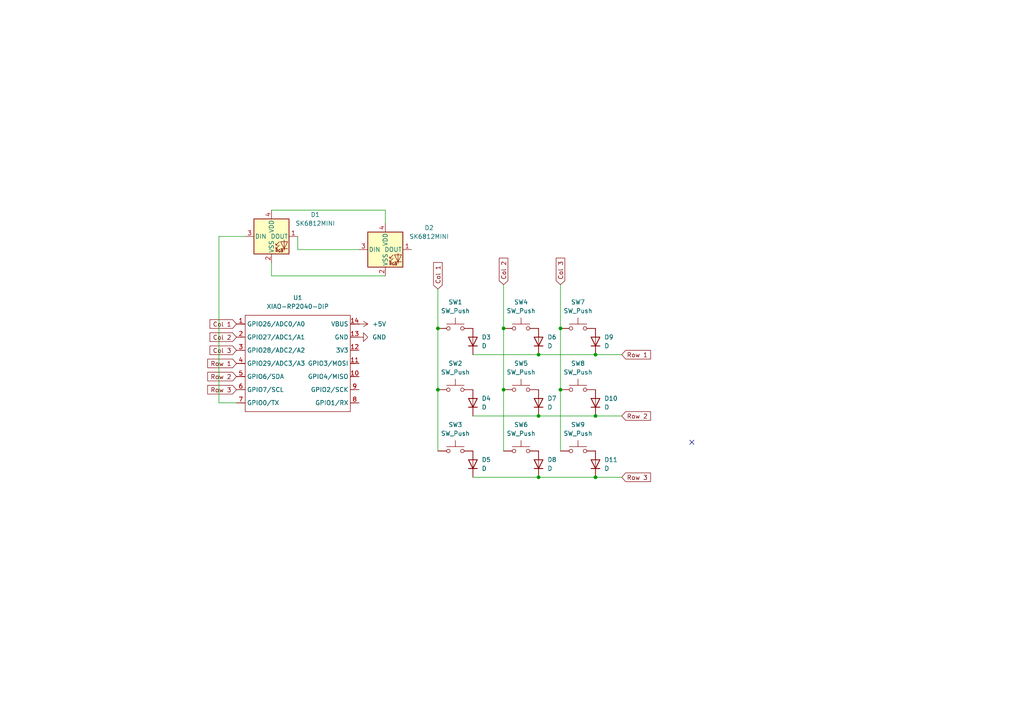
<source format=kicad_sch>
(kicad_sch
	(version 20231120)
	(generator "eeschema")
	(generator_version "8.0")
	(uuid "4902ad04-5409-4031-806b-167a3977bc93")
	(paper "A4")
	(lib_symbols
		(symbol "Device:D"
			(pin_numbers hide)
			(pin_names
				(offset 1.016) hide)
			(exclude_from_sim no)
			(in_bom yes)
			(on_board yes)
			(property "Reference" "D"
				(at 0 2.54 0)
				(effects
					(font
						(size 1.27 1.27)
					)
				)
			)
			(property "Value" "D"
				(at 0 -2.54 0)
				(effects
					(font
						(size 1.27 1.27)
					)
				)
			)
			(property "Footprint" ""
				(at 0 0 0)
				(effects
					(font
						(size 1.27 1.27)
					)
					(hide yes)
				)
			)
			(property "Datasheet" "~"
				(at 0 0 0)
				(effects
					(font
						(size 1.27 1.27)
					)
					(hide yes)
				)
			)
			(property "Description" "Diode"
				(at 0 0 0)
				(effects
					(font
						(size 1.27 1.27)
					)
					(hide yes)
				)
			)
			(property "Sim.Device" "D"
				(at 0 0 0)
				(effects
					(font
						(size 1.27 1.27)
					)
					(hide yes)
				)
			)
			(property "Sim.Pins" "1=K 2=A"
				(at 0 0 0)
				(effects
					(font
						(size 1.27 1.27)
					)
					(hide yes)
				)
			)
			(property "ki_keywords" "diode"
				(at 0 0 0)
				(effects
					(font
						(size 1.27 1.27)
					)
					(hide yes)
				)
			)
			(property "ki_fp_filters" "TO-???* *_Diode_* *SingleDiode* D_*"
				(at 0 0 0)
				(effects
					(font
						(size 1.27 1.27)
					)
					(hide yes)
				)
			)
			(symbol "D_0_1"
				(polyline
					(pts
						(xy -1.27 1.27) (xy -1.27 -1.27)
					)
					(stroke
						(width 0.254)
						(type default)
					)
					(fill
						(type none)
					)
				)
				(polyline
					(pts
						(xy 1.27 0) (xy -1.27 0)
					)
					(stroke
						(width 0)
						(type default)
					)
					(fill
						(type none)
					)
				)
				(polyline
					(pts
						(xy 1.27 1.27) (xy 1.27 -1.27) (xy -1.27 0) (xy 1.27 1.27)
					)
					(stroke
						(width 0.254)
						(type default)
					)
					(fill
						(type none)
					)
				)
			)
			(symbol "D_1_1"
				(pin passive line
					(at -3.81 0 0)
					(length 2.54)
					(name "K"
						(effects
							(font
								(size 1.27 1.27)
							)
						)
					)
					(number "1"
						(effects
							(font
								(size 1.27 1.27)
							)
						)
					)
				)
				(pin passive line
					(at 3.81 0 180)
					(length 2.54)
					(name "A"
						(effects
							(font
								(size 1.27 1.27)
							)
						)
					)
					(number "2"
						(effects
							(font
								(size 1.27 1.27)
							)
						)
					)
				)
			)
		)
		(symbol "LED:SK6812MINI"
			(pin_names
				(offset 0.254)
			)
			(exclude_from_sim no)
			(in_bom yes)
			(on_board yes)
			(property "Reference" "D"
				(at 5.08 5.715 0)
				(effects
					(font
						(size 1.27 1.27)
					)
					(justify right bottom)
				)
			)
			(property "Value" "SK6812MINI"
				(at 1.27 -5.715 0)
				(effects
					(font
						(size 1.27 1.27)
					)
					(justify left top)
				)
			)
			(property "Footprint" "LED_SMD:LED_SK6812MINI_PLCC4_3.5x3.5mm_P1.75mm"
				(at 1.27 -7.62 0)
				(effects
					(font
						(size 1.27 1.27)
					)
					(justify left top)
					(hide yes)
				)
			)
			(property "Datasheet" "https://cdn-shop.adafruit.com/product-files/2686/SK6812MINI_REV.01-1-2.pdf"
				(at 2.54 -9.525 0)
				(effects
					(font
						(size 1.27 1.27)
					)
					(justify left top)
					(hide yes)
				)
			)
			(property "Description" "RGB LED with integrated controller"
				(at 0 0 0)
				(effects
					(font
						(size 1.27 1.27)
					)
					(hide yes)
				)
			)
			(property "ki_keywords" "RGB LED NeoPixel Mini addressable"
				(at 0 0 0)
				(effects
					(font
						(size 1.27 1.27)
					)
					(hide yes)
				)
			)
			(property "ki_fp_filters" "LED*SK6812MINI*PLCC*3.5x3.5mm*P1.75mm*"
				(at 0 0 0)
				(effects
					(font
						(size 1.27 1.27)
					)
					(hide yes)
				)
			)
			(symbol "SK6812MINI_0_0"
				(text "RGB"
					(at 2.286 -4.191 0)
					(effects
						(font
							(size 0.762 0.762)
						)
					)
				)
			)
			(symbol "SK6812MINI_0_1"
				(polyline
					(pts
						(xy 1.27 -3.556) (xy 1.778 -3.556)
					)
					(stroke
						(width 0)
						(type default)
					)
					(fill
						(type none)
					)
				)
				(polyline
					(pts
						(xy 1.27 -2.54) (xy 1.778 -2.54)
					)
					(stroke
						(width 0)
						(type default)
					)
					(fill
						(type none)
					)
				)
				(polyline
					(pts
						(xy 4.699 -3.556) (xy 2.667 -3.556)
					)
					(stroke
						(width 0)
						(type default)
					)
					(fill
						(type none)
					)
				)
				(polyline
					(pts
						(xy 2.286 -2.54) (xy 1.27 -3.556) (xy 1.27 -3.048)
					)
					(stroke
						(width 0)
						(type default)
					)
					(fill
						(type none)
					)
				)
				(polyline
					(pts
						(xy 2.286 -1.524) (xy 1.27 -2.54) (xy 1.27 -2.032)
					)
					(stroke
						(width 0)
						(type default)
					)
					(fill
						(type none)
					)
				)
				(polyline
					(pts
						(xy 3.683 -1.016) (xy 3.683 -3.556) (xy 3.683 -4.064)
					)
					(stroke
						(width 0)
						(type default)
					)
					(fill
						(type none)
					)
				)
				(polyline
					(pts
						(xy 4.699 -1.524) (xy 2.667 -1.524) (xy 3.683 -3.556) (xy 4.699 -1.524)
					)
					(stroke
						(width 0)
						(type default)
					)
					(fill
						(type none)
					)
				)
				(rectangle
					(start 5.08 5.08)
					(end -5.08 -5.08)
					(stroke
						(width 0.254)
						(type default)
					)
					(fill
						(type background)
					)
				)
			)
			(symbol "SK6812MINI_1_1"
				(pin output line
					(at 7.62 0 180)
					(length 2.54)
					(name "DOUT"
						(effects
							(font
								(size 1.27 1.27)
							)
						)
					)
					(number "1"
						(effects
							(font
								(size 1.27 1.27)
							)
						)
					)
				)
				(pin power_in line
					(at 0 -7.62 90)
					(length 2.54)
					(name "VSS"
						(effects
							(font
								(size 1.27 1.27)
							)
						)
					)
					(number "2"
						(effects
							(font
								(size 1.27 1.27)
							)
						)
					)
				)
				(pin input line
					(at -7.62 0 0)
					(length 2.54)
					(name "DIN"
						(effects
							(font
								(size 1.27 1.27)
							)
						)
					)
					(number "3"
						(effects
							(font
								(size 1.27 1.27)
							)
						)
					)
				)
				(pin power_in line
					(at 0 7.62 270)
					(length 2.54)
					(name "VDD"
						(effects
							(font
								(size 1.27 1.27)
							)
						)
					)
					(number "4"
						(effects
							(font
								(size 1.27 1.27)
							)
						)
					)
				)
			)
		)
		(symbol "Switch:SW_Push"
			(pin_numbers hide)
			(pin_names
				(offset 1.016) hide)
			(exclude_from_sim no)
			(in_bom yes)
			(on_board yes)
			(property "Reference" "SW"
				(at 1.27 2.54 0)
				(effects
					(font
						(size 1.27 1.27)
					)
					(justify left)
				)
			)
			(property "Value" "SW_Push"
				(at 0 -1.524 0)
				(effects
					(font
						(size 1.27 1.27)
					)
				)
			)
			(property "Footprint" ""
				(at 0 5.08 0)
				(effects
					(font
						(size 1.27 1.27)
					)
					(hide yes)
				)
			)
			(property "Datasheet" "~"
				(at 0 5.08 0)
				(effects
					(font
						(size 1.27 1.27)
					)
					(hide yes)
				)
			)
			(property "Description" "Push button switch, generic, two pins"
				(at 0 0 0)
				(effects
					(font
						(size 1.27 1.27)
					)
					(hide yes)
				)
			)
			(property "ki_keywords" "switch normally-open pushbutton push-button"
				(at 0 0 0)
				(effects
					(font
						(size 1.27 1.27)
					)
					(hide yes)
				)
			)
			(symbol "SW_Push_0_1"
				(circle
					(center -2.032 0)
					(radius 0.508)
					(stroke
						(width 0)
						(type default)
					)
					(fill
						(type none)
					)
				)
				(polyline
					(pts
						(xy 0 1.27) (xy 0 3.048)
					)
					(stroke
						(width 0)
						(type default)
					)
					(fill
						(type none)
					)
				)
				(polyline
					(pts
						(xy 2.54 1.27) (xy -2.54 1.27)
					)
					(stroke
						(width 0)
						(type default)
					)
					(fill
						(type none)
					)
				)
				(circle
					(center 2.032 0)
					(radius 0.508)
					(stroke
						(width 0)
						(type default)
					)
					(fill
						(type none)
					)
				)
				(pin passive line
					(at -5.08 0 0)
					(length 2.54)
					(name "1"
						(effects
							(font
								(size 1.27 1.27)
							)
						)
					)
					(number "1"
						(effects
							(font
								(size 1.27 1.27)
							)
						)
					)
				)
				(pin passive line
					(at 5.08 0 180)
					(length 2.54)
					(name "2"
						(effects
							(font
								(size 1.27 1.27)
							)
						)
					)
					(number "2"
						(effects
							(font
								(size 1.27 1.27)
							)
						)
					)
				)
			)
		)
		(symbol "Testing:XIAO-RP2040-DIP"
			(exclude_from_sim no)
			(in_bom yes)
			(on_board yes)
			(property "Reference" "U"
				(at 0 0 0)
				(effects
					(font
						(size 1.27 1.27)
					)
				)
			)
			(property "Value" "XIAO-RP2040-DIP"
				(at 5.334 -1.778 0)
				(effects
					(font
						(size 1.27 1.27)
					)
				)
			)
			(property "Footprint" "Module:MOUDLE14P-XIAO-DIP-SMD"
				(at 14.478 -32.258 0)
				(effects
					(font
						(size 1.27 1.27)
					)
					(hide yes)
				)
			)
			(property "Datasheet" ""
				(at 0 0 0)
				(effects
					(font
						(size 1.27 1.27)
					)
					(hide yes)
				)
			)
			(property "Description" ""
				(at 0 0 0)
				(effects
					(font
						(size 1.27 1.27)
					)
					(hide yes)
				)
			)
			(symbol "XIAO-RP2040-DIP_1_0"
				(polyline
					(pts
						(xy -1.27 -30.48) (xy -1.27 -16.51)
					)
					(stroke
						(width 0.1524)
						(type solid)
					)
					(fill
						(type none)
					)
				)
				(polyline
					(pts
						(xy -1.27 -27.94) (xy -2.54 -27.94)
					)
					(stroke
						(width 0.1524)
						(type solid)
					)
					(fill
						(type none)
					)
				)
				(polyline
					(pts
						(xy -1.27 -24.13) (xy -2.54 -24.13)
					)
					(stroke
						(width 0.1524)
						(type solid)
					)
					(fill
						(type none)
					)
				)
				(polyline
					(pts
						(xy -1.27 -20.32) (xy -2.54 -20.32)
					)
					(stroke
						(width 0.1524)
						(type solid)
					)
					(fill
						(type none)
					)
				)
				(polyline
					(pts
						(xy -1.27 -16.51) (xy -2.54 -16.51)
					)
					(stroke
						(width 0.1524)
						(type solid)
					)
					(fill
						(type none)
					)
				)
				(polyline
					(pts
						(xy -1.27 -16.51) (xy -1.27 -12.7)
					)
					(stroke
						(width 0.1524)
						(type solid)
					)
					(fill
						(type none)
					)
				)
				(polyline
					(pts
						(xy -1.27 -12.7) (xy -2.54 -12.7)
					)
					(stroke
						(width 0.1524)
						(type solid)
					)
					(fill
						(type none)
					)
				)
				(polyline
					(pts
						(xy -1.27 -12.7) (xy -1.27 -8.89)
					)
					(stroke
						(width 0.1524)
						(type solid)
					)
					(fill
						(type none)
					)
				)
				(polyline
					(pts
						(xy -1.27 -8.89) (xy -2.54 -8.89)
					)
					(stroke
						(width 0.1524)
						(type solid)
					)
					(fill
						(type none)
					)
				)
				(polyline
					(pts
						(xy -1.27 -8.89) (xy -1.27 -5.08)
					)
					(stroke
						(width 0.1524)
						(type solid)
					)
					(fill
						(type none)
					)
				)
				(polyline
					(pts
						(xy -1.27 -5.08) (xy -2.54 -5.08)
					)
					(stroke
						(width 0.1524)
						(type solid)
					)
					(fill
						(type none)
					)
				)
				(polyline
					(pts
						(xy -1.27 -5.08) (xy -1.27 -2.54)
					)
					(stroke
						(width 0.1524)
						(type solid)
					)
					(fill
						(type none)
					)
				)
				(polyline
					(pts
						(xy -1.27 -2.54) (xy 29.21 -2.54)
					)
					(stroke
						(width 0.1524)
						(type solid)
					)
					(fill
						(type none)
					)
				)
				(polyline
					(pts
						(xy 29.21 -30.48) (xy -1.27 -30.48)
					)
					(stroke
						(width 0.1524)
						(type solid)
					)
					(fill
						(type none)
					)
				)
				(polyline
					(pts
						(xy 29.21 -12.7) (xy 29.21 -30.48)
					)
					(stroke
						(width 0.1524)
						(type solid)
					)
					(fill
						(type none)
					)
				)
				(polyline
					(pts
						(xy 29.21 -8.89) (xy 29.21 -12.7)
					)
					(stroke
						(width 0.1524)
						(type solid)
					)
					(fill
						(type none)
					)
				)
				(polyline
					(pts
						(xy 29.21 -5.08) (xy 29.21 -8.89)
					)
					(stroke
						(width 0.1524)
						(type solid)
					)
					(fill
						(type none)
					)
				)
				(polyline
					(pts
						(xy 29.21 -2.54) (xy 29.21 -5.08)
					)
					(stroke
						(width 0.1524)
						(type solid)
					)
					(fill
						(type none)
					)
				)
				(polyline
					(pts
						(xy 30.48 -27.94) (xy 29.21 -27.94)
					)
					(stroke
						(width 0.1524)
						(type solid)
					)
					(fill
						(type none)
					)
				)
				(polyline
					(pts
						(xy 30.48 -24.13) (xy 29.21 -24.13)
					)
					(stroke
						(width 0.1524)
						(type solid)
					)
					(fill
						(type none)
					)
				)
				(polyline
					(pts
						(xy 30.48 -20.32) (xy 29.21 -20.32)
					)
					(stroke
						(width 0.1524)
						(type solid)
					)
					(fill
						(type none)
					)
				)
				(polyline
					(pts
						(xy 30.48 -16.51) (xy 29.21 -16.51)
					)
					(stroke
						(width 0.1524)
						(type solid)
					)
					(fill
						(type none)
					)
				)
				(polyline
					(pts
						(xy 30.48 -12.7) (xy 29.21 -12.7)
					)
					(stroke
						(width 0.1524)
						(type solid)
					)
					(fill
						(type none)
					)
				)
				(polyline
					(pts
						(xy 30.48 -8.89) (xy 29.21 -8.89)
					)
					(stroke
						(width 0.1524)
						(type solid)
					)
					(fill
						(type none)
					)
				)
				(polyline
					(pts
						(xy 30.48 -5.08) (xy 29.21 -5.08)
					)
					(stroke
						(width 0.1524)
						(type solid)
					)
					(fill
						(type none)
					)
				)
				(pin passive line
					(at -3.81 -5.08 0)
					(length 2.54)
					(name "GPIO26/ADC0/A0"
						(effects
							(font
								(size 1.27 1.27)
							)
						)
					)
					(number "1"
						(effects
							(font
								(size 1.27 1.27)
							)
						)
					)
				)
				(pin passive line
					(at 31.75 -20.32 180)
					(length 2.54)
					(name "GPIO4/MISO"
						(effects
							(font
								(size 1.27 1.27)
							)
						)
					)
					(number "10"
						(effects
							(font
								(size 1.27 1.27)
							)
						)
					)
				)
				(pin passive line
					(at 31.75 -16.51 180)
					(length 2.54)
					(name "GPIO3/MOSI"
						(effects
							(font
								(size 1.27 1.27)
							)
						)
					)
					(number "11"
						(effects
							(font
								(size 1.27 1.27)
							)
						)
					)
				)
				(pin passive line
					(at 31.75 -12.7 180)
					(length 2.54)
					(name "3V3"
						(effects
							(font
								(size 1.27 1.27)
							)
						)
					)
					(number "12"
						(effects
							(font
								(size 1.27 1.27)
							)
						)
					)
				)
				(pin passive line
					(at 31.75 -8.89 180)
					(length 2.54)
					(name "GND"
						(effects
							(font
								(size 1.27 1.27)
							)
						)
					)
					(number "13"
						(effects
							(font
								(size 1.27 1.27)
							)
						)
					)
				)
				(pin passive line
					(at 31.75 -5.08 180)
					(length 2.54)
					(name "VBUS"
						(effects
							(font
								(size 1.27 1.27)
							)
						)
					)
					(number "14"
						(effects
							(font
								(size 1.27 1.27)
							)
						)
					)
				)
				(pin passive line
					(at -3.81 -8.89 0)
					(length 2.54)
					(name "GPIO27/ADC1/A1"
						(effects
							(font
								(size 1.27 1.27)
							)
						)
					)
					(number "2"
						(effects
							(font
								(size 1.27 1.27)
							)
						)
					)
				)
				(pin passive line
					(at -3.81 -12.7 0)
					(length 2.54)
					(name "GPIO28/ADC2/A2"
						(effects
							(font
								(size 1.27 1.27)
							)
						)
					)
					(number "3"
						(effects
							(font
								(size 1.27 1.27)
							)
						)
					)
				)
				(pin passive line
					(at -3.81 -16.51 0)
					(length 2.54)
					(name "GPIO29/ADC3/A3"
						(effects
							(font
								(size 1.27 1.27)
							)
						)
					)
					(number "4"
						(effects
							(font
								(size 1.27 1.27)
							)
						)
					)
				)
				(pin passive line
					(at -3.81 -20.32 0)
					(length 2.54)
					(name "GPIO6/SDA"
						(effects
							(font
								(size 1.27 1.27)
							)
						)
					)
					(number "5"
						(effects
							(font
								(size 1.27 1.27)
							)
						)
					)
				)
				(pin passive line
					(at -3.81 -24.13 0)
					(length 2.54)
					(name "GPIO7/SCL"
						(effects
							(font
								(size 1.27 1.27)
							)
						)
					)
					(number "6"
						(effects
							(font
								(size 1.27 1.27)
							)
						)
					)
				)
				(pin passive line
					(at -3.81 -27.94 0)
					(length 2.54)
					(name "GPIO0/TX"
						(effects
							(font
								(size 1.27 1.27)
							)
						)
					)
					(number "7"
						(effects
							(font
								(size 1.27 1.27)
							)
						)
					)
				)
				(pin passive line
					(at 31.75 -27.94 180)
					(length 2.54)
					(name "GPIO1/RX"
						(effects
							(font
								(size 1.27 1.27)
							)
						)
					)
					(number "8"
						(effects
							(font
								(size 1.27 1.27)
							)
						)
					)
				)
				(pin passive line
					(at 31.75 -24.13 180)
					(length 2.54)
					(name "GPIO2/SCK"
						(effects
							(font
								(size 1.27 1.27)
							)
						)
					)
					(number "9"
						(effects
							(font
								(size 1.27 1.27)
							)
						)
					)
				)
			)
		)
		(symbol "power:+5V"
			(power)
			(pin_numbers hide)
			(pin_names
				(offset 0) hide)
			(exclude_from_sim no)
			(in_bom yes)
			(on_board yes)
			(property "Reference" "#PWR"
				(at 0 -3.81 0)
				(effects
					(font
						(size 1.27 1.27)
					)
					(hide yes)
				)
			)
			(property "Value" "+5V"
				(at 0 3.556 0)
				(effects
					(font
						(size 1.27 1.27)
					)
				)
			)
			(property "Footprint" ""
				(at 0 0 0)
				(effects
					(font
						(size 1.27 1.27)
					)
					(hide yes)
				)
			)
			(property "Datasheet" ""
				(at 0 0 0)
				(effects
					(font
						(size 1.27 1.27)
					)
					(hide yes)
				)
			)
			(property "Description" "Power symbol creates a global label with name \"+5V\""
				(at 0 0 0)
				(effects
					(font
						(size 1.27 1.27)
					)
					(hide yes)
				)
			)
			(property "ki_keywords" "global power"
				(at 0 0 0)
				(effects
					(font
						(size 1.27 1.27)
					)
					(hide yes)
				)
			)
			(symbol "+5V_0_1"
				(polyline
					(pts
						(xy -0.762 1.27) (xy 0 2.54)
					)
					(stroke
						(width 0)
						(type default)
					)
					(fill
						(type none)
					)
				)
				(polyline
					(pts
						(xy 0 0) (xy 0 2.54)
					)
					(stroke
						(width 0)
						(type default)
					)
					(fill
						(type none)
					)
				)
				(polyline
					(pts
						(xy 0 2.54) (xy 0.762 1.27)
					)
					(stroke
						(width 0)
						(type default)
					)
					(fill
						(type none)
					)
				)
			)
			(symbol "+5V_1_1"
				(pin power_in line
					(at 0 0 90)
					(length 0)
					(name "~"
						(effects
							(font
								(size 1.27 1.27)
							)
						)
					)
					(number "1"
						(effects
							(font
								(size 1.27 1.27)
							)
						)
					)
				)
			)
		)
		(symbol "power:GND"
			(power)
			(pin_numbers hide)
			(pin_names
				(offset 0) hide)
			(exclude_from_sim no)
			(in_bom yes)
			(on_board yes)
			(property "Reference" "#PWR"
				(at 0 -6.35 0)
				(effects
					(font
						(size 1.27 1.27)
					)
					(hide yes)
				)
			)
			(property "Value" "GND"
				(at 0 -3.81 0)
				(effects
					(font
						(size 1.27 1.27)
					)
				)
			)
			(property "Footprint" ""
				(at 0 0 0)
				(effects
					(font
						(size 1.27 1.27)
					)
					(hide yes)
				)
			)
			(property "Datasheet" ""
				(at 0 0 0)
				(effects
					(font
						(size 1.27 1.27)
					)
					(hide yes)
				)
			)
			(property "Description" "Power symbol creates a global label with name \"GND\" , ground"
				(at 0 0 0)
				(effects
					(font
						(size 1.27 1.27)
					)
					(hide yes)
				)
			)
			(property "ki_keywords" "global power"
				(at 0 0 0)
				(effects
					(font
						(size 1.27 1.27)
					)
					(hide yes)
				)
			)
			(symbol "GND_0_1"
				(polyline
					(pts
						(xy 0 0) (xy 0 -1.27) (xy 1.27 -1.27) (xy 0 -2.54) (xy -1.27 -1.27) (xy 0 -1.27)
					)
					(stroke
						(width 0)
						(type default)
					)
					(fill
						(type none)
					)
				)
			)
			(symbol "GND_1_1"
				(pin power_in line
					(at 0 0 270)
					(length 0)
					(name "~"
						(effects
							(font
								(size 1.27 1.27)
							)
						)
					)
					(number "1"
						(effects
							(font
								(size 1.27 1.27)
							)
						)
					)
				)
			)
		)
	)
	(junction
		(at 146.05 113.03)
		(diameter 0)
		(color 0 0 0 0)
		(uuid "09dd4ef5-2d25-453d-afea-60e8c36cc88b")
	)
	(junction
		(at 146.05 95.25)
		(diameter 0)
		(color 0 0 0 0)
		(uuid "1a641f6e-3227-4405-b708-516818194557")
	)
	(junction
		(at 162.56 95.25)
		(diameter 0)
		(color 0 0 0 0)
		(uuid "32a96f15-eca6-4ab0-8471-478516311de4")
	)
	(junction
		(at 172.72 138.43)
		(diameter 0)
		(color 0 0 0 0)
		(uuid "43d54f66-07f1-47f8-8118-0839df521e59")
	)
	(junction
		(at 172.72 120.65)
		(diameter 0)
		(color 0 0 0 0)
		(uuid "7e441536-3883-4039-b5d5-58467697466d")
	)
	(junction
		(at 162.56 113.03)
		(diameter 0)
		(color 0 0 0 0)
		(uuid "a683ca8c-de19-4cf6-b4bc-a551a0661f32")
	)
	(junction
		(at 127 113.03)
		(diameter 0)
		(color 0 0 0 0)
		(uuid "ca64027d-1d4d-4357-9188-908529db22d2")
	)
	(junction
		(at 172.72 102.87)
		(diameter 0)
		(color 0 0 0 0)
		(uuid "d0a8d28b-29ff-472a-abb8-dfeb93057f3a")
	)
	(junction
		(at 156.21 138.43)
		(diameter 0)
		(color 0 0 0 0)
		(uuid "df29d35e-0173-4bde-9b83-8caa6d7983ba")
	)
	(junction
		(at 127 95.25)
		(diameter 0)
		(color 0 0 0 0)
		(uuid "e1e41a5a-d0d6-420e-a613-9ed9669bbcb0")
	)
	(junction
		(at 156.21 120.65)
		(diameter 0)
		(color 0 0 0 0)
		(uuid "f8fa860f-11a1-4529-b3eb-7509c245bf05")
	)
	(junction
		(at 156.21 102.87)
		(diameter 0)
		(color 0 0 0 0)
		(uuid "ff17d9e9-211a-4bcb-ad9b-8f1e05991f86")
	)
	(no_connect
		(at 200.66 128.27)
		(uuid "eae2397c-ab9b-4bf0-8afd-d35b91fba46a")
	)
	(wire
		(pts
			(xy 137.16 120.65) (xy 156.21 120.65)
		)
		(stroke
			(width 0)
			(type default)
		)
		(uuid "0290d06e-4b8f-4f72-b99c-d2b6277fa226")
	)
	(wire
		(pts
			(xy 156.21 120.65) (xy 172.72 120.65)
		)
		(stroke
			(width 0)
			(type default)
		)
		(uuid "16d6acf8-62bb-49fe-ace1-db91082155d3")
	)
	(wire
		(pts
			(xy 78.74 80.01) (xy 111.76 80.01)
		)
		(stroke
			(width 0)
			(type default)
		)
		(uuid "17e29b7f-1c77-4c58-bc02-3aa412c9ae6b")
	)
	(wire
		(pts
			(xy 68.58 116.84) (xy 63.5 116.84)
		)
		(stroke
			(width 0)
			(type default)
		)
		(uuid "1a3fb39f-b3f6-443c-be93-7aaefcf5757c")
	)
	(wire
		(pts
			(xy 127 95.25) (xy 127 113.03)
		)
		(stroke
			(width 0)
			(type default)
		)
		(uuid "20031f07-de79-472c-9386-bc18666b06e4")
	)
	(wire
		(pts
			(xy 146.05 113.03) (xy 146.05 130.81)
		)
		(stroke
			(width 0)
			(type default)
		)
		(uuid "22980545-5894-48d1-ae61-ccac50221f2e")
	)
	(wire
		(pts
			(xy 162.56 113.03) (xy 162.56 130.81)
		)
		(stroke
			(width 0)
			(type default)
		)
		(uuid "33e6cf04-a6c2-4aed-ae62-9523cb3546a9")
	)
	(wire
		(pts
			(xy 71.12 68.58) (xy 63.5 68.58)
		)
		(stroke
			(width 0)
			(type default)
		)
		(uuid "40fafdd6-5504-4816-84f2-60908d345fba")
	)
	(wire
		(pts
			(xy 172.72 138.43) (xy 180.34 138.43)
		)
		(stroke
			(width 0)
			(type default)
		)
		(uuid "4ba04dc0-0b12-4596-b346-fa6b5b48855d")
	)
	(wire
		(pts
			(xy 146.05 95.25) (xy 146.05 113.03)
		)
		(stroke
			(width 0)
			(type default)
		)
		(uuid "5e06f5d1-8f33-4767-8d42-dcdfdaa5e720")
	)
	(wire
		(pts
			(xy 172.72 120.65) (xy 180.34 120.65)
		)
		(stroke
			(width 0)
			(type default)
		)
		(uuid "656e20de-3284-43ed-b4d6-d0c0cb29313f")
	)
	(wire
		(pts
			(xy 162.56 95.25) (xy 162.56 113.03)
		)
		(stroke
			(width 0)
			(type default)
		)
		(uuid "66be51ce-2e28-4e93-aaef-eb2fd277aeeb")
	)
	(wire
		(pts
			(xy 63.5 68.58) (xy 63.5 116.84)
		)
		(stroke
			(width 0)
			(type default)
		)
		(uuid "8339c241-2103-4920-aa82-21dbddcade13")
	)
	(wire
		(pts
			(xy 162.56 82.55) (xy 162.56 95.25)
		)
		(stroke
			(width 0)
			(type default)
		)
		(uuid "9272b7d8-524a-45dc-8318-d3bde6bf9ac3")
	)
	(wire
		(pts
			(xy 146.05 82.55) (xy 146.05 95.25)
		)
		(stroke
			(width 0)
			(type default)
		)
		(uuid "9c715478-5b25-4d9d-90c4-8529e89cfd49")
	)
	(wire
		(pts
			(xy 86.36 72.39) (xy 86.36 68.58)
		)
		(stroke
			(width 0)
			(type default)
		)
		(uuid "a5417aae-a707-4352-b3a9-4fb1dafd33b1")
	)
	(wire
		(pts
			(xy 156.21 102.87) (xy 172.72 102.87)
		)
		(stroke
			(width 0)
			(type default)
		)
		(uuid "ab54a4a0-8d82-42db-825e-51c2673da02d")
	)
	(wire
		(pts
			(xy 172.72 102.87) (xy 180.34 102.87)
		)
		(stroke
			(width 0)
			(type default)
		)
		(uuid "ad91636e-2d3b-4d69-9958-ad3533e58fb8")
	)
	(wire
		(pts
			(xy 156.21 138.43) (xy 172.72 138.43)
		)
		(stroke
			(width 0)
			(type default)
		)
		(uuid "b2533b2d-569b-4305-9f7f-a9f776c69636")
	)
	(wire
		(pts
			(xy 78.74 76.2) (xy 78.74 80.01)
		)
		(stroke
			(width 0)
			(type default)
		)
		(uuid "b419b619-f1b5-4041-b8ef-a9af95bd30da")
	)
	(wire
		(pts
			(xy 111.76 60.96) (xy 78.74 60.96)
		)
		(stroke
			(width 0)
			(type default)
		)
		(uuid "babaa504-9de0-4525-a815-1f18a6c8d4f1")
	)
	(wire
		(pts
			(xy 104.14 72.39) (xy 86.36 72.39)
		)
		(stroke
			(width 0)
			(type default)
		)
		(uuid "db688d24-fecd-4a93-9a4c-5f2999468221")
	)
	(wire
		(pts
			(xy 137.16 138.43) (xy 156.21 138.43)
		)
		(stroke
			(width 0)
			(type default)
		)
		(uuid "dbc24937-bb55-4bd3-90f9-85cac955e7b4")
	)
	(wire
		(pts
			(xy 137.16 102.87) (xy 156.21 102.87)
		)
		(stroke
			(width 0)
			(type default)
		)
		(uuid "dc89592b-121c-4de2-a8f6-a21cd0174c5a")
	)
	(wire
		(pts
			(xy 127 113.03) (xy 127 130.81)
		)
		(stroke
			(width 0)
			(type default)
		)
		(uuid "de67f953-6796-4fcc-8bbe-aaf87317e460")
	)
	(wire
		(pts
			(xy 111.76 64.77) (xy 111.76 60.96)
		)
		(stroke
			(width 0)
			(type default)
		)
		(uuid "f1641cc0-6b7b-487c-933d-43b7044da1f4")
	)
	(wire
		(pts
			(xy 127 83.82) (xy 127 95.25)
		)
		(stroke
			(width 0)
			(type default)
		)
		(uuid "fff2a80c-8449-49d6-84be-fa9b874b5249")
	)
	(global_label "Row 3"
		(shape input)
		(at 180.34 138.43 0)
		(fields_autoplaced yes)
		(effects
			(font
				(size 1.27 1.27)
			)
			(justify left)
		)
		(uuid "002e9960-e57d-42fe-8b74-91f6502cd5da")
		(property "Intersheetrefs" "${INTERSHEET_REFS}"
			(at 189.2518 138.43 0)
			(effects
				(font
					(size 1.27 1.27)
				)
				(justify left)
				(hide yes)
			)
		)
	)
	(global_label "Row 2"
		(shape input)
		(at 68.58 109.22 180)
		(fields_autoplaced yes)
		(effects
			(font
				(size 1.27 1.27)
			)
			(justify right)
		)
		(uuid "2174ef90-33ec-4603-8855-48cd114a5447")
		(property "Intersheetrefs" "${INTERSHEET_REFS}"
			(at 59.6682 109.22 0)
			(effects
				(font
					(size 1.27 1.27)
				)
				(justify right)
				(hide yes)
			)
		)
	)
	(global_label "Col 2"
		(shape input)
		(at 68.58 97.79 180)
		(fields_autoplaced yes)
		(effects
			(font
				(size 1.27 1.27)
			)
			(justify right)
		)
		(uuid "31eddefb-399f-4084-bdd8-b6090f1064cf")
		(property "Intersheetrefs" "${INTERSHEET_REFS}"
			(at 60.3335 97.79 0)
			(effects
				(font
					(size 1.27 1.27)
				)
				(justify right)
				(hide yes)
			)
		)
	)
	(global_label "Row 3"
		(shape input)
		(at 68.58 113.03 180)
		(fields_autoplaced yes)
		(effects
			(font
				(size 1.27 1.27)
			)
			(justify right)
		)
		(uuid "7bef5517-674f-4fc9-890b-2af07ebd79ce")
		(property "Intersheetrefs" "${INTERSHEET_REFS}"
			(at 59.6682 113.03 0)
			(effects
				(font
					(size 1.27 1.27)
				)
				(justify right)
				(hide yes)
			)
		)
	)
	(global_label "Row 1"
		(shape input)
		(at 180.34 102.87 0)
		(fields_autoplaced yes)
		(effects
			(font
				(size 1.27 1.27)
			)
			(justify left)
		)
		(uuid "80c3cd7c-4c6e-4883-83df-ed614be9e92e")
		(property "Intersheetrefs" "${INTERSHEET_REFS}"
			(at 189.2518 102.87 0)
			(effects
				(font
					(size 1.27 1.27)
				)
				(justify left)
				(hide yes)
			)
		)
	)
	(global_label "Col 1"
		(shape input)
		(at 127 83.82 90)
		(fields_autoplaced yes)
		(effects
			(font
				(size 1.27 1.27)
			)
			(justify left)
		)
		(uuid "8d969b69-ce70-42ce-9885-dc41082e2f47")
		(property "Intersheetrefs" "${INTERSHEET_REFS}"
			(at 127 75.5735 90)
			(effects
				(font
					(size 1.27 1.27)
				)
				(justify left)
				(hide yes)
			)
		)
	)
	(global_label "Col 2"
		(shape input)
		(at 146.05 82.55 90)
		(fields_autoplaced yes)
		(effects
			(font
				(size 1.27 1.27)
			)
			(justify left)
		)
		(uuid "b5b5731e-c463-4a37-bcb3-32e95e15e705")
		(property "Intersheetrefs" "${INTERSHEET_REFS}"
			(at 146.05 74.3035 90)
			(effects
				(font
					(size 1.27 1.27)
				)
				(justify left)
				(hide yes)
			)
		)
	)
	(global_label "Row 2"
		(shape input)
		(at 180.34 120.65 0)
		(fields_autoplaced yes)
		(effects
			(font
				(size 1.27 1.27)
			)
			(justify left)
		)
		(uuid "b62df737-28a7-449f-9302-2e3c65aacde5")
		(property "Intersheetrefs" "${INTERSHEET_REFS}"
			(at 189.2518 120.65 0)
			(effects
				(font
					(size 1.27 1.27)
				)
				(justify left)
				(hide yes)
			)
		)
	)
	(global_label "Col 3"
		(shape input)
		(at 162.56 82.55 90)
		(fields_autoplaced yes)
		(effects
			(font
				(size 1.27 1.27)
			)
			(justify left)
		)
		(uuid "dbe7b222-8ea0-48c8-bdd8-bc2803e4566a")
		(property "Intersheetrefs" "${INTERSHEET_REFS}"
			(at 162.56 74.3035 90)
			(effects
				(font
					(size 1.27 1.27)
				)
				(justify left)
				(hide yes)
			)
		)
	)
	(global_label "Col 1"
		(shape input)
		(at 68.58 93.98 180)
		(fields_autoplaced yes)
		(effects
			(font
				(size 1.27 1.27)
			)
			(justify right)
		)
		(uuid "f30c5458-d3c5-4238-ae9d-6617dab31a99")
		(property "Intersheetrefs" "${INTERSHEET_REFS}"
			(at 60.3335 93.98 0)
			(effects
				(font
					(size 1.27 1.27)
				)
				(justify right)
				(hide yes)
			)
		)
	)
	(global_label "Col 3"
		(shape input)
		(at 68.58 101.6 180)
		(fields_autoplaced yes)
		(effects
			(font
				(size 1.27 1.27)
			)
			(justify right)
		)
		(uuid "f51dc1e4-2392-4677-8183-c8a45d20f9ea")
		(property "Intersheetrefs" "${INTERSHEET_REFS}"
			(at 60.3335 101.6 0)
			(effects
				(font
					(size 1.27 1.27)
				)
				(justify right)
				(hide yes)
			)
		)
	)
	(global_label "Row 1"
		(shape input)
		(at 68.58 105.41 180)
		(fields_autoplaced yes)
		(effects
			(font
				(size 1.27 1.27)
			)
			(justify right)
		)
		(uuid "fcbcd6f6-fbb6-4e42-ac82-61d12e4df3f3")
		(property "Intersheetrefs" "${INTERSHEET_REFS}"
			(at 59.6682 105.41 0)
			(effects
				(font
					(size 1.27 1.27)
				)
				(justify right)
				(hide yes)
			)
		)
	)
	(symbol
		(lib_id "Device:D")
		(at 137.16 99.06 90)
		(unit 1)
		(exclude_from_sim no)
		(in_bom yes)
		(on_board yes)
		(dnp no)
		(fields_autoplaced yes)
		(uuid "03b459a7-d16f-4ef6-ab9e-26bec02df2b1")
		(property "Reference" "D3"
			(at 139.7 97.7899 90)
			(effects
				(font
					(size 1.27 1.27)
				)
				(justify right)
			)
		)
		(property "Value" "D"
			(at 139.7 100.3299 90)
			(effects
				(font
					(size 1.27 1.27)
				)
				(justify right)
			)
		)
		(property "Footprint" "Diode_THT:D_DO-35_SOD27_P7.62mm_Horizontal"
			(at 137.16 99.06 0)
			(effects
				(font
					(size 1.27 1.27)
				)
				(hide yes)
			)
		)
		(property "Datasheet" "~"
			(at 137.16 99.06 0)
			(effects
				(font
					(size 1.27 1.27)
				)
				(hide yes)
			)
		)
		(property "Description" "Diode"
			(at 137.16 99.06 0)
			(effects
				(font
					(size 1.27 1.27)
				)
				(hide yes)
			)
		)
		(property "Sim.Device" "D"
			(at 137.16 99.06 0)
			(effects
				(font
					(size 1.27 1.27)
				)
				(hide yes)
			)
		)
		(property "Sim.Pins" "1=K 2=A"
			(at 137.16 99.06 0)
			(effects
				(font
					(size 1.27 1.27)
				)
				(hide yes)
			)
		)
		(pin "2"
			(uuid "9de9e4c8-c366-4f18-a850-dbca6c57ff58")
		)
		(pin "1"
			(uuid "ec01fbe9-e961-4995-8795-6884047083af")
		)
		(instances
			(project "HackPad"
				(path "/4902ad04-5409-4031-806b-167a3977bc93"
					(reference "D3")
					(unit 1)
				)
			)
		)
	)
	(symbol
		(lib_id "Switch:SW_Push")
		(at 151.13 95.25 0)
		(unit 1)
		(exclude_from_sim no)
		(in_bom yes)
		(on_board yes)
		(dnp no)
		(fields_autoplaced yes)
		(uuid "14a0da27-b4bf-4d3b-808d-a1f8ec831563")
		(property "Reference" "SW4"
			(at 151.13 87.63 0)
			(effects
				(font
					(size 1.27 1.27)
				)
			)
		)
		(property "Value" "SW_Push"
			(at 151.13 90.17 0)
			(effects
				(font
					(size 1.27 1.27)
				)
			)
		)
		(property "Footprint" "Button_Switch_Keyboard:SW_Cherry_MX_1.00u_PCB"
			(at 151.13 90.17 0)
			(effects
				(font
					(size 1.27 1.27)
				)
				(hide yes)
			)
		)
		(property "Datasheet" "~"
			(at 151.13 90.17 0)
			(effects
				(font
					(size 1.27 1.27)
				)
				(hide yes)
			)
		)
		(property "Description" "Push button switch, generic, two pins"
			(at 151.13 95.25 0)
			(effects
				(font
					(size 1.27 1.27)
				)
				(hide yes)
			)
		)
		(pin "1"
			(uuid "c86b2a32-bd64-4d9e-976d-243f505291c0")
		)
		(pin "2"
			(uuid "2151c75d-7a42-4184-a220-7dbd6f7b0e12")
		)
		(instances
			(project "HackPad"
				(path "/4902ad04-5409-4031-806b-167a3977bc93"
					(reference "SW4")
					(unit 1)
				)
			)
		)
	)
	(symbol
		(lib_id "Device:D")
		(at 156.21 134.62 90)
		(unit 1)
		(exclude_from_sim no)
		(in_bom yes)
		(on_board yes)
		(dnp no)
		(fields_autoplaced yes)
		(uuid "18f053f3-fb6d-41ad-a622-4260df9f1ce1")
		(property "Reference" "D8"
			(at 158.75 133.3499 90)
			(effects
				(font
					(size 1.27 1.27)
				)
				(justify right)
			)
		)
		(property "Value" "D"
			(at 158.75 135.8899 90)
			(effects
				(font
					(size 1.27 1.27)
				)
				(justify right)
			)
		)
		(property "Footprint" "Diode_THT:D_DO-35_SOD27_P7.62mm_Horizontal"
			(at 156.21 134.62 0)
			(effects
				(font
					(size 1.27 1.27)
				)
				(hide yes)
			)
		)
		(property "Datasheet" "~"
			(at 156.21 134.62 0)
			(effects
				(font
					(size 1.27 1.27)
				)
				(hide yes)
			)
		)
		(property "Description" "Diode"
			(at 156.21 134.62 0)
			(effects
				(font
					(size 1.27 1.27)
				)
				(hide yes)
			)
		)
		(property "Sim.Device" "D"
			(at 156.21 134.62 0)
			(effects
				(font
					(size 1.27 1.27)
				)
				(hide yes)
			)
		)
		(property "Sim.Pins" "1=K 2=A"
			(at 156.21 134.62 0)
			(effects
				(font
					(size 1.27 1.27)
				)
				(hide yes)
			)
		)
		(pin "2"
			(uuid "99b1e01b-c3c7-43bf-bf42-ed220852c270")
		)
		(pin "1"
			(uuid "f393af75-6fdc-483a-b373-57189a5e41fc")
		)
		(instances
			(project "HackPad"
				(path "/4902ad04-5409-4031-806b-167a3977bc93"
					(reference "D8")
					(unit 1)
				)
			)
		)
	)
	(symbol
		(lib_id "Switch:SW_Push")
		(at 151.13 113.03 0)
		(unit 1)
		(exclude_from_sim no)
		(in_bom yes)
		(on_board yes)
		(dnp no)
		(fields_autoplaced yes)
		(uuid "2055084a-21a2-4156-bb35-81e72954b7e4")
		(property "Reference" "SW5"
			(at 151.13 105.41 0)
			(effects
				(font
					(size 1.27 1.27)
				)
			)
		)
		(property "Value" "SW_Push"
			(at 151.13 107.95 0)
			(effects
				(font
					(size 1.27 1.27)
				)
			)
		)
		(property "Footprint" "Button_Switch_Keyboard:SW_Cherry_MX_1.00u_PCB"
			(at 151.13 107.95 0)
			(effects
				(font
					(size 1.27 1.27)
				)
				(hide yes)
			)
		)
		(property "Datasheet" "~"
			(at 151.13 107.95 0)
			(effects
				(font
					(size 1.27 1.27)
				)
				(hide yes)
			)
		)
		(property "Description" "Push button switch, generic, two pins"
			(at 151.13 113.03 0)
			(effects
				(font
					(size 1.27 1.27)
				)
				(hide yes)
			)
		)
		(pin "1"
			(uuid "89330989-c281-483f-82e7-709d71885647")
		)
		(pin "2"
			(uuid "9816f522-2e9b-4dfc-9c1c-434f174181b7")
		)
		(instances
			(project "HackPad"
				(path "/4902ad04-5409-4031-806b-167a3977bc93"
					(reference "SW5")
					(unit 1)
				)
			)
		)
	)
	(symbol
		(lib_id "Device:D")
		(at 172.72 99.06 90)
		(unit 1)
		(exclude_from_sim no)
		(in_bom yes)
		(on_board yes)
		(dnp no)
		(fields_autoplaced yes)
		(uuid "23992f6d-5400-4785-8198-d28919165a32")
		(property "Reference" "D9"
			(at 175.26 97.7899 90)
			(effects
				(font
					(size 1.27 1.27)
				)
				(justify right)
			)
		)
		(property "Value" "D"
			(at 175.26 100.3299 90)
			(effects
				(font
					(size 1.27 1.27)
				)
				(justify right)
			)
		)
		(property "Footprint" "Diode_THT:D_DO-35_SOD27_P7.62mm_Horizontal"
			(at 172.72 99.06 0)
			(effects
				(font
					(size 1.27 1.27)
				)
				(hide yes)
			)
		)
		(property "Datasheet" "~"
			(at 172.72 99.06 0)
			(effects
				(font
					(size 1.27 1.27)
				)
				(hide yes)
			)
		)
		(property "Description" "Diode"
			(at 172.72 99.06 0)
			(effects
				(font
					(size 1.27 1.27)
				)
				(hide yes)
			)
		)
		(property "Sim.Device" "D"
			(at 172.72 99.06 0)
			(effects
				(font
					(size 1.27 1.27)
				)
				(hide yes)
			)
		)
		(property "Sim.Pins" "1=K 2=A"
			(at 172.72 99.06 0)
			(effects
				(font
					(size 1.27 1.27)
				)
				(hide yes)
			)
		)
		(pin "2"
			(uuid "5767e452-9468-4da9-99ac-e1a4b5a6d353")
		)
		(pin "1"
			(uuid "c068091c-0198-4f69-8a07-09bbf5dcc085")
		)
		(instances
			(project "HackPad"
				(path "/4902ad04-5409-4031-806b-167a3977bc93"
					(reference "D9")
					(unit 1)
				)
			)
		)
	)
	(symbol
		(lib_id "Switch:SW_Push")
		(at 151.13 130.81 0)
		(unit 1)
		(exclude_from_sim no)
		(in_bom yes)
		(on_board yes)
		(dnp no)
		(fields_autoplaced yes)
		(uuid "32f0ed2b-7e55-4f40-bea7-62638e5015e9")
		(property "Reference" "SW6"
			(at 151.13 123.19 0)
			(effects
				(font
					(size 1.27 1.27)
				)
			)
		)
		(property "Value" "SW_Push"
			(at 151.13 125.73 0)
			(effects
				(font
					(size 1.27 1.27)
				)
			)
		)
		(property "Footprint" "Button_Switch_Keyboard:SW_Cherry_MX_1.00u_PCB"
			(at 151.13 125.73 0)
			(effects
				(font
					(size 1.27 1.27)
				)
				(hide yes)
			)
		)
		(property "Datasheet" "~"
			(at 151.13 125.73 0)
			(effects
				(font
					(size 1.27 1.27)
				)
				(hide yes)
			)
		)
		(property "Description" "Push button switch, generic, two pins"
			(at 151.13 130.81 0)
			(effects
				(font
					(size 1.27 1.27)
				)
				(hide yes)
			)
		)
		(pin "1"
			(uuid "c76d4495-5df3-493e-be05-fcac177c3d38")
		)
		(pin "2"
			(uuid "ddc15c8c-9507-4d47-a653-53b3e2a24063")
		)
		(instances
			(project "HackPad"
				(path "/4902ad04-5409-4031-806b-167a3977bc93"
					(reference "SW6")
					(unit 1)
				)
			)
		)
	)
	(symbol
		(lib_id "Device:D")
		(at 172.72 116.84 90)
		(unit 1)
		(exclude_from_sim no)
		(in_bom yes)
		(on_board yes)
		(dnp no)
		(fields_autoplaced yes)
		(uuid "367616bc-7af0-4008-9e64-18229c0ae805")
		(property "Reference" "D10"
			(at 175.26 115.5699 90)
			(effects
				(font
					(size 1.27 1.27)
				)
				(justify right)
			)
		)
		(property "Value" "D"
			(at 175.26 118.1099 90)
			(effects
				(font
					(size 1.27 1.27)
				)
				(justify right)
			)
		)
		(property "Footprint" "Diode_THT:D_DO-35_SOD27_P7.62mm_Horizontal"
			(at 172.72 116.84 0)
			(effects
				(font
					(size 1.27 1.27)
				)
				(hide yes)
			)
		)
		(property "Datasheet" "~"
			(at 172.72 116.84 0)
			(effects
				(font
					(size 1.27 1.27)
				)
				(hide yes)
			)
		)
		(property "Description" "Diode"
			(at 172.72 116.84 0)
			(effects
				(font
					(size 1.27 1.27)
				)
				(hide yes)
			)
		)
		(property "Sim.Device" "D"
			(at 172.72 116.84 0)
			(effects
				(font
					(size 1.27 1.27)
				)
				(hide yes)
			)
		)
		(property "Sim.Pins" "1=K 2=A"
			(at 172.72 116.84 0)
			(effects
				(font
					(size 1.27 1.27)
				)
				(hide yes)
			)
		)
		(pin "2"
			(uuid "f9f4ed99-bbd4-427e-9a09-a6e933050b48")
		)
		(pin "1"
			(uuid "89c86033-ad65-4e59-9469-ca159a591303")
		)
		(instances
			(project "HackPad"
				(path "/4902ad04-5409-4031-806b-167a3977bc93"
					(reference "D10")
					(unit 1)
				)
			)
		)
	)
	(symbol
		(lib_id "Device:D")
		(at 137.16 134.62 90)
		(unit 1)
		(exclude_from_sim no)
		(in_bom yes)
		(on_board yes)
		(dnp no)
		(fields_autoplaced yes)
		(uuid "47521dcc-7251-42c8-b02f-f38251f82e99")
		(property "Reference" "D5"
			(at 139.7 133.3499 90)
			(effects
				(font
					(size 1.27 1.27)
				)
				(justify right)
			)
		)
		(property "Value" "D"
			(at 139.7 135.8899 90)
			(effects
				(font
					(size 1.27 1.27)
				)
				(justify right)
			)
		)
		(property "Footprint" "Diode_THT:D_DO-35_SOD27_P7.62mm_Horizontal"
			(at 137.16 134.62 0)
			(effects
				(font
					(size 1.27 1.27)
				)
				(hide yes)
			)
		)
		(property "Datasheet" "~"
			(at 137.16 134.62 0)
			(effects
				(font
					(size 1.27 1.27)
				)
				(hide yes)
			)
		)
		(property "Description" "Diode"
			(at 137.16 134.62 0)
			(effects
				(font
					(size 1.27 1.27)
				)
				(hide yes)
			)
		)
		(property "Sim.Device" "D"
			(at 137.16 134.62 0)
			(effects
				(font
					(size 1.27 1.27)
				)
				(hide yes)
			)
		)
		(property "Sim.Pins" "1=K 2=A"
			(at 137.16 134.62 0)
			(effects
				(font
					(size 1.27 1.27)
				)
				(hide yes)
			)
		)
		(pin "2"
			(uuid "4ee89753-792f-47d3-b342-8373fb7d6c41")
		)
		(pin "1"
			(uuid "ed924c16-f463-456e-8a30-316129236322")
		)
		(instances
			(project "HackPad"
				(path "/4902ad04-5409-4031-806b-167a3977bc93"
					(reference "D5")
					(unit 1)
				)
			)
		)
	)
	(symbol
		(lib_id "Device:D")
		(at 156.21 99.06 90)
		(unit 1)
		(exclude_from_sim no)
		(in_bom yes)
		(on_board yes)
		(dnp no)
		(fields_autoplaced yes)
		(uuid "5e8ebe74-b875-4750-825c-f44b04529745")
		(property "Reference" "D6"
			(at 158.75 97.7899 90)
			(effects
				(font
					(size 1.27 1.27)
				)
				(justify right)
			)
		)
		(property "Value" "D"
			(at 158.75 100.3299 90)
			(effects
				(font
					(size 1.27 1.27)
				)
				(justify right)
			)
		)
		(property "Footprint" "Diode_THT:D_DO-35_SOD27_P7.62mm_Horizontal"
			(at 156.21 99.06 0)
			(effects
				(font
					(size 1.27 1.27)
				)
				(hide yes)
			)
		)
		(property "Datasheet" "~"
			(at 156.21 99.06 0)
			(effects
				(font
					(size 1.27 1.27)
				)
				(hide yes)
			)
		)
		(property "Description" "Diode"
			(at 156.21 99.06 0)
			(effects
				(font
					(size 1.27 1.27)
				)
				(hide yes)
			)
		)
		(property "Sim.Device" "D"
			(at 156.21 99.06 0)
			(effects
				(font
					(size 1.27 1.27)
				)
				(hide yes)
			)
		)
		(property "Sim.Pins" "1=K 2=A"
			(at 156.21 99.06 0)
			(effects
				(font
					(size 1.27 1.27)
				)
				(hide yes)
			)
		)
		(pin "2"
			(uuid "2e4704c5-b010-4706-8637-f4d65671ff2e")
		)
		(pin "1"
			(uuid "f522c39a-d8b9-454f-8f94-68e40b11677a")
		)
		(instances
			(project "HackPad"
				(path "/4902ad04-5409-4031-806b-167a3977bc93"
					(reference "D6")
					(unit 1)
				)
			)
		)
	)
	(symbol
		(lib_id "Switch:SW_Push")
		(at 167.64 95.25 0)
		(unit 1)
		(exclude_from_sim no)
		(in_bom yes)
		(on_board yes)
		(dnp no)
		(fields_autoplaced yes)
		(uuid "6055ed3c-b342-4357-bfd6-8c1f51ea1687")
		(property "Reference" "SW7"
			(at 167.64 87.63 0)
			(effects
				(font
					(size 1.27 1.27)
				)
			)
		)
		(property "Value" "SW_Push"
			(at 167.64 90.17 0)
			(effects
				(font
					(size 1.27 1.27)
				)
			)
		)
		(property "Footprint" "Button_Switch_Keyboard:SW_Cherry_MX_1.00u_PCB"
			(at 167.64 90.17 0)
			(effects
				(font
					(size 1.27 1.27)
				)
				(hide yes)
			)
		)
		(property "Datasheet" "~"
			(at 167.64 90.17 0)
			(effects
				(font
					(size 1.27 1.27)
				)
				(hide yes)
			)
		)
		(property "Description" "Push button switch, generic, two pins"
			(at 167.64 95.25 0)
			(effects
				(font
					(size 1.27 1.27)
				)
				(hide yes)
			)
		)
		(pin "1"
			(uuid "9a405120-7beb-4d78-b277-c3798859bcec")
		)
		(pin "2"
			(uuid "ac4705c2-6273-4e8a-af26-ea8eb14c56ff")
		)
		(instances
			(project "HackPad"
				(path "/4902ad04-5409-4031-806b-167a3977bc93"
					(reference "SW7")
					(unit 1)
				)
			)
		)
	)
	(symbol
		(lib_id "power:GND")
		(at 104.14 97.79 90)
		(unit 1)
		(exclude_from_sim no)
		(in_bom yes)
		(on_board yes)
		(dnp no)
		(fields_autoplaced yes)
		(uuid "620267a3-9f4c-489c-9e22-e6d9b7776f92")
		(property "Reference" "#PWR02"
			(at 110.49 97.79 0)
			(effects
				(font
					(size 1.27 1.27)
				)
				(hide yes)
			)
		)
		(property "Value" "GND"
			(at 107.95 97.7899 90)
			(effects
				(font
					(size 1.27 1.27)
				)
				(justify right)
			)
		)
		(property "Footprint" ""
			(at 104.14 97.79 0)
			(effects
				(font
					(size 1.27 1.27)
				)
				(hide yes)
			)
		)
		(property "Datasheet" ""
			(at 104.14 97.79 0)
			(effects
				(font
					(size 1.27 1.27)
				)
				(hide yes)
			)
		)
		(property "Description" "Power symbol creates a global label with name \"GND\" , ground"
			(at 104.14 97.79 0)
			(effects
				(font
					(size 1.27 1.27)
				)
				(hide yes)
			)
		)
		(pin "1"
			(uuid "52f9cfad-56e1-4ff9-aa12-04588755bd23")
		)
		(instances
			(project "HackPad"
				(path "/4902ad04-5409-4031-806b-167a3977bc93"
					(reference "#PWR02")
					(unit 1)
				)
			)
		)
	)
	(symbol
		(lib_id "LED:SK6812MINI")
		(at 111.76 72.39 0)
		(unit 1)
		(exclude_from_sim no)
		(in_bom yes)
		(on_board yes)
		(dnp no)
		(fields_autoplaced yes)
		(uuid "6ba8bfad-b695-4891-9002-9fa3d7688a5e")
		(property "Reference" "D2"
			(at 124.46 66.0714 0)
			(effects
				(font
					(size 1.27 1.27)
				)
			)
		)
		(property "Value" "SK6812MINI"
			(at 124.46 68.6114 0)
			(effects
				(font
					(size 1.27 1.27)
				)
			)
		)
		(property "Footprint" "LED_SMD:LED_SK6812MINI_PLCC4_3.5x3.5mm_P1.75mm"
			(at 113.03 80.01 0)
			(effects
				(font
					(size 1.27 1.27)
				)
				(justify left top)
				(hide yes)
			)
		)
		(property "Datasheet" "https://cdn-shop.adafruit.com/product-files/2686/SK6812MINI_REV.01-1-2.pdf"
			(at 114.3 81.915 0)
			(effects
				(font
					(size 1.27 1.27)
				)
				(justify left top)
				(hide yes)
			)
		)
		(property "Description" "RGB LED with integrated controller"
			(at 111.76 72.39 0)
			(effects
				(font
					(size 1.27 1.27)
				)
				(hide yes)
			)
		)
		(pin "1"
			(uuid "bee96399-f26e-403d-a6ba-bbc9e6a7c65e")
		)
		(pin "2"
			(uuid "b447a644-920c-4fd2-9c3f-cfc9480771e1")
		)
		(pin "3"
			(uuid "88b1f0ab-f990-4da5-af82-348439ab4c89")
		)
		(pin "4"
			(uuid "97154838-b4fa-498e-9bf7-96b78f30eff7")
		)
		(instances
			(project "HackPad"
				(path "/4902ad04-5409-4031-806b-167a3977bc93"
					(reference "D2")
					(unit 1)
				)
			)
		)
	)
	(symbol
		(lib_id "Switch:SW_Push")
		(at 167.64 130.81 0)
		(unit 1)
		(exclude_from_sim no)
		(in_bom yes)
		(on_board yes)
		(dnp no)
		(fields_autoplaced yes)
		(uuid "7a28f5ef-c7f2-4faa-bd0e-a09c3061952c")
		(property "Reference" "SW9"
			(at 167.64 123.19 0)
			(effects
				(font
					(size 1.27 1.27)
				)
			)
		)
		(property "Value" "SW_Push"
			(at 167.64 125.73 0)
			(effects
				(font
					(size 1.27 1.27)
				)
			)
		)
		(property "Footprint" "Button_Switch_Keyboard:SW_Cherry_MX_1.00u_PCB"
			(at 167.64 125.73 0)
			(effects
				(font
					(size 1.27 1.27)
				)
				(hide yes)
			)
		)
		(property "Datasheet" "~"
			(at 167.64 125.73 0)
			(effects
				(font
					(size 1.27 1.27)
				)
				(hide yes)
			)
		)
		(property "Description" "Push button switch, generic, two pins"
			(at 167.64 130.81 0)
			(effects
				(font
					(size 1.27 1.27)
				)
				(hide yes)
			)
		)
		(pin "1"
			(uuid "87a5aab2-fa9c-48e7-986b-f0b1552ded10")
		)
		(pin "2"
			(uuid "2378e06a-87da-4628-885a-7da3190d7300")
		)
		(instances
			(project "HackPad"
				(path "/4902ad04-5409-4031-806b-167a3977bc93"
					(reference "SW9")
					(unit 1)
				)
			)
		)
	)
	(symbol
		(lib_id "power:+5V")
		(at 104.14 93.98 270)
		(unit 1)
		(exclude_from_sim no)
		(in_bom yes)
		(on_board yes)
		(dnp no)
		(fields_autoplaced yes)
		(uuid "8066db35-9d98-4d20-8a8c-ec075c5582be")
		(property "Reference" "#PWR01"
			(at 100.33 93.98 0)
			(effects
				(font
					(size 1.27 1.27)
				)
				(hide yes)
			)
		)
		(property "Value" "+5V"
			(at 107.95 93.9799 90)
			(effects
				(font
					(size 1.27 1.27)
				)
				(justify left)
			)
		)
		(property "Footprint" ""
			(at 104.14 93.98 0)
			(effects
				(font
					(size 1.27 1.27)
				)
				(hide yes)
			)
		)
		(property "Datasheet" ""
			(at 104.14 93.98 0)
			(effects
				(font
					(size 1.27 1.27)
				)
				(hide yes)
			)
		)
		(property "Description" "Power symbol creates a global label with name \"+5V\""
			(at 104.14 93.98 0)
			(effects
				(font
					(size 1.27 1.27)
				)
				(hide yes)
			)
		)
		(pin "1"
			(uuid "ffd3d0b7-28ac-4b71-aab3-3f1cc8d05712")
		)
		(instances
			(project "HackPad"
				(path "/4902ad04-5409-4031-806b-167a3977bc93"
					(reference "#PWR01")
					(unit 1)
				)
			)
		)
	)
	(symbol
		(lib_id "Device:D")
		(at 156.21 116.84 90)
		(unit 1)
		(exclude_from_sim no)
		(in_bom yes)
		(on_board yes)
		(dnp no)
		(fields_autoplaced yes)
		(uuid "918bc8d0-20f4-4625-be8b-7736d5e60054")
		(property "Reference" "D7"
			(at 158.75 115.5699 90)
			(effects
				(font
					(size 1.27 1.27)
				)
				(justify right)
			)
		)
		(property "Value" "D"
			(at 158.75 118.1099 90)
			(effects
				(font
					(size 1.27 1.27)
				)
				(justify right)
			)
		)
		(property "Footprint" "Diode_THT:D_DO-35_SOD27_P7.62mm_Horizontal"
			(at 156.21 116.84 0)
			(effects
				(font
					(size 1.27 1.27)
				)
				(hide yes)
			)
		)
		(property "Datasheet" "~"
			(at 156.21 116.84 0)
			(effects
				(font
					(size 1.27 1.27)
				)
				(hide yes)
			)
		)
		(property "Description" "Diode"
			(at 156.21 116.84 0)
			(effects
				(font
					(size 1.27 1.27)
				)
				(hide yes)
			)
		)
		(property "Sim.Device" "D"
			(at 156.21 116.84 0)
			(effects
				(font
					(size 1.27 1.27)
				)
				(hide yes)
			)
		)
		(property "Sim.Pins" "1=K 2=A"
			(at 156.21 116.84 0)
			(effects
				(font
					(size 1.27 1.27)
				)
				(hide yes)
			)
		)
		(pin "2"
			(uuid "18415217-b120-4306-bc41-683329d449d4")
		)
		(pin "1"
			(uuid "e76db7a0-c154-427a-8c1a-cc2408fa95a5")
		)
		(instances
			(project "HackPad"
				(path "/4902ad04-5409-4031-806b-167a3977bc93"
					(reference "D7")
					(unit 1)
				)
			)
		)
	)
	(symbol
		(lib_id "LED:SK6812MINI")
		(at 78.74 68.58 0)
		(unit 1)
		(exclude_from_sim no)
		(in_bom yes)
		(on_board yes)
		(dnp no)
		(uuid "9684773d-c71a-42cb-979a-687549367552")
		(property "Reference" "D1"
			(at 91.44 62.2614 0)
			(effects
				(font
					(size 1.27 1.27)
				)
			)
		)
		(property "Value" "SK6812MINI"
			(at 91.44 64.8014 0)
			(effects
				(font
					(size 1.27 1.27)
				)
			)
		)
		(property "Footprint" "LED_SMD:LED_SK6812MINI_PLCC4_3.5x3.5mm_P1.75mm"
			(at 80.01 76.2 0)
			(effects
				(font
					(size 1.27 1.27)
				)
				(justify left top)
				(hide yes)
			)
		)
		(property "Datasheet" "https://cdn-shop.adafruit.com/product-files/2686/SK6812MINI_REV.01-1-2.pdf"
			(at 81.28 78.105 0)
			(effects
				(font
					(size 1.27 1.27)
				)
				(justify left top)
				(hide yes)
			)
		)
		(property "Description" "RGB LED with integrated controller"
			(at 78.74 68.58 0)
			(effects
				(font
					(size 1.27 1.27)
				)
				(hide yes)
			)
		)
		(pin "1"
			(uuid "154aea11-789a-4027-8721-8c1cfab71cba")
		)
		(pin "2"
			(uuid "788cb30b-bb46-4329-bac4-9a63a1cba472")
		)
		(pin "3"
			(uuid "fea58f38-3fe1-42d8-b185-d88fafc72e84")
		)
		(pin "4"
			(uuid "cf143f6f-42db-455f-81ee-1d1f98029701")
		)
		(instances
			(project "HackPad"
				(path "/4902ad04-5409-4031-806b-167a3977bc93"
					(reference "D1")
					(unit 1)
				)
			)
		)
	)
	(symbol
		(lib_id "Switch:SW_Push")
		(at 132.08 130.81 0)
		(unit 1)
		(exclude_from_sim no)
		(in_bom yes)
		(on_board yes)
		(dnp no)
		(fields_autoplaced yes)
		(uuid "9c17a4dc-ca42-4c6b-8c9b-d7ad540745dc")
		(property "Reference" "SW3"
			(at 132.08 123.19 0)
			(effects
				(font
					(size 1.27 1.27)
				)
			)
		)
		(property "Value" "SW_Push"
			(at 132.08 125.73 0)
			(effects
				(font
					(size 1.27 1.27)
				)
			)
		)
		(property "Footprint" "Button_Switch_Keyboard:SW_Cherry_MX_1.00u_PCB"
			(at 132.08 125.73 0)
			(effects
				(font
					(size 1.27 1.27)
				)
				(hide yes)
			)
		)
		(property "Datasheet" "~"
			(at 132.08 125.73 0)
			(effects
				(font
					(size 1.27 1.27)
				)
				(hide yes)
			)
		)
		(property "Description" "Push button switch, generic, two pins"
			(at 132.08 130.81 0)
			(effects
				(font
					(size 1.27 1.27)
				)
				(hide yes)
			)
		)
		(pin "1"
			(uuid "c776729b-c06e-42e5-92db-d5e3de5b33e5")
		)
		(pin "2"
			(uuid "5f38795a-95f0-444f-9155-3a37d4596831")
		)
		(instances
			(project "HackPad"
				(path "/4902ad04-5409-4031-806b-167a3977bc93"
					(reference "SW3")
					(unit 1)
				)
			)
		)
	)
	(symbol
		(lib_id "Device:D")
		(at 137.16 116.84 90)
		(unit 1)
		(exclude_from_sim no)
		(in_bom yes)
		(on_board yes)
		(dnp no)
		(fields_autoplaced yes)
		(uuid "aaaffe8a-400f-407a-a044-0605a5765c18")
		(property "Reference" "D4"
			(at 139.7 115.5699 90)
			(effects
				(font
					(size 1.27 1.27)
				)
				(justify right)
			)
		)
		(property "Value" "D"
			(at 139.7 118.1099 90)
			(effects
				(font
					(size 1.27 1.27)
				)
				(justify right)
			)
		)
		(property "Footprint" "Diode_THT:D_DO-35_SOD27_P7.62mm_Horizontal"
			(at 137.16 116.84 0)
			(effects
				(font
					(size 1.27 1.27)
				)
				(hide yes)
			)
		)
		(property "Datasheet" "~"
			(at 137.16 116.84 0)
			(effects
				(font
					(size 1.27 1.27)
				)
				(hide yes)
			)
		)
		(property "Description" "Diode"
			(at 137.16 116.84 0)
			(effects
				(font
					(size 1.27 1.27)
				)
				(hide yes)
			)
		)
		(property "Sim.Device" "D"
			(at 137.16 116.84 0)
			(effects
				(font
					(size 1.27 1.27)
				)
				(hide yes)
			)
		)
		(property "Sim.Pins" "1=K 2=A"
			(at 137.16 116.84 0)
			(effects
				(font
					(size 1.27 1.27)
				)
				(hide yes)
			)
		)
		(pin "2"
			(uuid "98a62e12-db9e-4a91-87f5-3b622de1b5b4")
		)
		(pin "1"
			(uuid "1175e933-4c6e-4f53-9543-377cee9f83df")
		)
		(instances
			(project "HackPad"
				(path "/4902ad04-5409-4031-806b-167a3977bc93"
					(reference "D4")
					(unit 1)
				)
			)
		)
	)
	(symbol
		(lib_id "Switch:SW_Push")
		(at 167.64 113.03 0)
		(unit 1)
		(exclude_from_sim no)
		(in_bom yes)
		(on_board yes)
		(dnp no)
		(fields_autoplaced yes)
		(uuid "adb5248e-a85e-48de-ab56-f6ccc50c2375")
		(property "Reference" "SW8"
			(at 167.64 105.41 0)
			(effects
				(font
					(size 1.27 1.27)
				)
			)
		)
		(property "Value" "SW_Push"
			(at 167.64 107.95 0)
			(effects
				(font
					(size 1.27 1.27)
				)
			)
		)
		(property "Footprint" "Button_Switch_Keyboard:SW_Cherry_MX_1.00u_PCB"
			(at 167.64 107.95 0)
			(effects
				(font
					(size 1.27 1.27)
				)
				(hide yes)
			)
		)
		(property "Datasheet" "~"
			(at 167.64 107.95 0)
			(effects
				(font
					(size 1.27 1.27)
				)
				(hide yes)
			)
		)
		(property "Description" "Push button switch, generic, two pins"
			(at 167.64 113.03 0)
			(effects
				(font
					(size 1.27 1.27)
				)
				(hide yes)
			)
		)
		(pin "1"
			(uuid "132b43ea-c6cf-489d-91e3-bf8788fe628c")
		)
		(pin "2"
			(uuid "5e76d2f1-d003-4480-86a6-2c09cbb5147b")
		)
		(instances
			(project "HackPad"
				(path "/4902ad04-5409-4031-806b-167a3977bc93"
					(reference "SW8")
					(unit 1)
				)
			)
		)
	)
	(symbol
		(lib_id "Switch:SW_Push")
		(at 132.08 113.03 0)
		(unit 1)
		(exclude_from_sim no)
		(in_bom yes)
		(on_board yes)
		(dnp no)
		(fields_autoplaced yes)
		(uuid "c34ff7a1-d965-4873-b85a-6531f01dbe3e")
		(property "Reference" "SW2"
			(at 132.08 105.41 0)
			(effects
				(font
					(size 1.27 1.27)
				)
			)
		)
		(property "Value" "SW_Push"
			(at 132.08 107.95 0)
			(effects
				(font
					(size 1.27 1.27)
				)
			)
		)
		(property "Footprint" "Button_Switch_Keyboard:SW_Cherry_MX_1.00u_PCB"
			(at 132.08 107.95 0)
			(effects
				(font
					(size 1.27 1.27)
				)
				(hide yes)
			)
		)
		(property "Datasheet" "~"
			(at 132.08 107.95 0)
			(effects
				(font
					(size 1.27 1.27)
				)
				(hide yes)
			)
		)
		(property "Description" "Push button switch, generic, two pins"
			(at 132.08 113.03 0)
			(effects
				(font
					(size 1.27 1.27)
				)
				(hide yes)
			)
		)
		(pin "1"
			(uuid "3483f3d1-a586-49db-be86-0a9b342021ea")
		)
		(pin "2"
			(uuid "293d2dc1-e8d9-4f22-8aba-4f17a2335e81")
		)
		(instances
			(project "HackPad"
				(path "/4902ad04-5409-4031-806b-167a3977bc93"
					(reference "SW2")
					(unit 1)
				)
			)
		)
	)
	(symbol
		(lib_id "Switch:SW_Push")
		(at 132.08 95.25 0)
		(unit 1)
		(exclude_from_sim no)
		(in_bom yes)
		(on_board yes)
		(dnp no)
		(fields_autoplaced yes)
		(uuid "d80763e6-f296-4ac6-9a0a-d222af5770cc")
		(property "Reference" "SW1"
			(at 132.08 87.63 0)
			(effects
				(font
					(size 1.27 1.27)
				)
			)
		)
		(property "Value" "SW_Push"
			(at 132.08 90.17 0)
			(effects
				(font
					(size 1.27 1.27)
				)
			)
		)
		(property "Footprint" "Button_Switch_Keyboard:SW_Cherry_MX_1.00u_PCB"
			(at 132.08 90.17 0)
			(effects
				(font
					(size 1.27 1.27)
				)
				(hide yes)
			)
		)
		(property "Datasheet" "~"
			(at 132.08 90.17 0)
			(effects
				(font
					(size 1.27 1.27)
				)
				(hide yes)
			)
		)
		(property "Description" "Push button switch, generic, two pins"
			(at 132.08 95.25 0)
			(effects
				(font
					(size 1.27 1.27)
				)
				(hide yes)
			)
		)
		(pin "1"
			(uuid "02b8bba5-84be-4fae-a403-339a31fee498")
		)
		(pin "2"
			(uuid "08e23bde-33a8-47b9-8680-af3b11b8cb05")
		)
		(instances
			(project "HackPad"
				(path "/4902ad04-5409-4031-806b-167a3977bc93"
					(reference "SW1")
					(unit 1)
				)
			)
		)
	)
	(symbol
		(lib_id "Testing:XIAO-RP2040-DIP")
		(at 72.39 88.9 0)
		(unit 1)
		(exclude_from_sim no)
		(in_bom yes)
		(on_board yes)
		(dnp no)
		(fields_autoplaced yes)
		(uuid "e2f0d8e5-3cbb-4df0-8fbe-c77ea01d0b5c")
		(property "Reference" "U1"
			(at 86.36 86.36 0)
			(effects
				(font
					(size 1.27 1.27)
				)
			)
		)
		(property "Value" "XIAO-RP2040-DIP"
			(at 86.36 88.9 0)
			(effects
				(font
					(size 1.27 1.27)
				)
			)
		)
		(property "Footprint" "Hackpad:XIAO-RP2040-DIP"
			(at 86.868 121.158 0)
			(effects
				(font
					(size 1.27 1.27)
				)
				(hide yes)
			)
		)
		(property "Datasheet" ""
			(at 72.39 88.9 0)
			(effects
				(font
					(size 1.27 1.27)
				)
				(hide yes)
			)
		)
		(property "Description" ""
			(at 72.39 88.9 0)
			(effects
				(font
					(size 1.27 1.27)
				)
				(hide yes)
			)
		)
		(pin "12"
			(uuid "c8812385-4d35-4f41-8959-c0723badbd59")
		)
		(pin "14"
			(uuid "40ea8c66-ae32-406f-ae51-3522afd53d6c")
		)
		(pin "2"
			(uuid "72317c3d-8f6e-4a5c-a430-8c5e9a1b5dda")
		)
		(pin "3"
			(uuid "c87c0a7f-bd6a-48a1-a11d-45e7aed0aa2d")
		)
		(pin "4"
			(uuid "c791100e-7a99-42b4-afcd-599aff2657e8")
		)
		(pin "5"
			(uuid "1cbec862-d353-4674-b7e9-a35f0944f33d")
		)
		(pin "1"
			(uuid "309407b8-31a0-4a50-9a09-c5b7f66be2e8")
		)
		(pin "10"
			(uuid "470559d1-d132-4652-894e-1c8d3901c953")
		)
		(pin "11"
			(uuid "e19987dd-93fb-4cef-912f-e0bba6d10100")
		)
		(pin "13"
			(uuid "765559a0-6e37-469a-8cb3-d420329c63e9")
		)
		(pin "6"
			(uuid "84ef5fb7-d6fd-4b66-9af2-94b15d52cb71")
		)
		(pin "8"
			(uuid "c8a4774c-3a81-4e7f-99e3-0f1b4a06955d")
		)
		(pin "7"
			(uuid "f2069920-7aae-4917-b350-2484c04152bf")
		)
		(pin "9"
			(uuid "78d3265c-4f98-449b-8d46-213845f82a49")
		)
		(instances
			(project "HackPad"
				(path "/4902ad04-5409-4031-806b-167a3977bc93"
					(reference "U1")
					(unit 1)
				)
			)
		)
	)
	(symbol
		(lib_id "Device:D")
		(at 172.72 134.62 90)
		(unit 1)
		(exclude_from_sim no)
		(in_bom yes)
		(on_board yes)
		(dnp no)
		(fields_autoplaced yes)
		(uuid "f3322c64-877e-4c8d-b1f8-0f51f3b07bc7")
		(property "Reference" "D11"
			(at 175.26 133.3499 90)
			(effects
				(font
					(size 1.27 1.27)
				)
				(justify right)
			)
		)
		(property "Value" "D"
			(at 175.26 135.8899 90)
			(effects
				(font
					(size 1.27 1.27)
				)
				(justify right)
			)
		)
		(property "Footprint" "Diode_THT:D_DO-35_SOD27_P7.62mm_Horizontal"
			(at 172.72 134.62 0)
			(effects
				(font
					(size 1.27 1.27)
				)
				(hide yes)
			)
		)
		(property "Datasheet" "~"
			(at 172.72 134.62 0)
			(effects
				(font
					(size 1.27 1.27)
				)
				(hide yes)
			)
		)
		(property "Description" "Diode"
			(at 172.72 134.62 0)
			(effects
				(font
					(size 1.27 1.27)
				)
				(hide yes)
			)
		)
		(property "Sim.Device" "D"
			(at 172.72 134.62 0)
			(effects
				(font
					(size 1.27 1.27)
				)
				(hide yes)
			)
		)
		(property "Sim.Pins" "1=K 2=A"
			(at 172.72 134.62 0)
			(effects
				(font
					(size 1.27 1.27)
				)
				(hide yes)
			)
		)
		(pin "2"
			(uuid "9700c993-d79b-4d7a-892c-61fd4068c1a5")
		)
		(pin "1"
			(uuid "b93ef121-1fd1-4b96-ad17-666d982dc2bd")
		)
		(instances
			(project "HackPad"
				(path "/4902ad04-5409-4031-806b-167a3977bc93"
					(reference "D11")
					(unit 1)
				)
			)
		)
	)
	(sheet_instances
		(path "/"
			(page "1")
		)
	)
)

</source>
